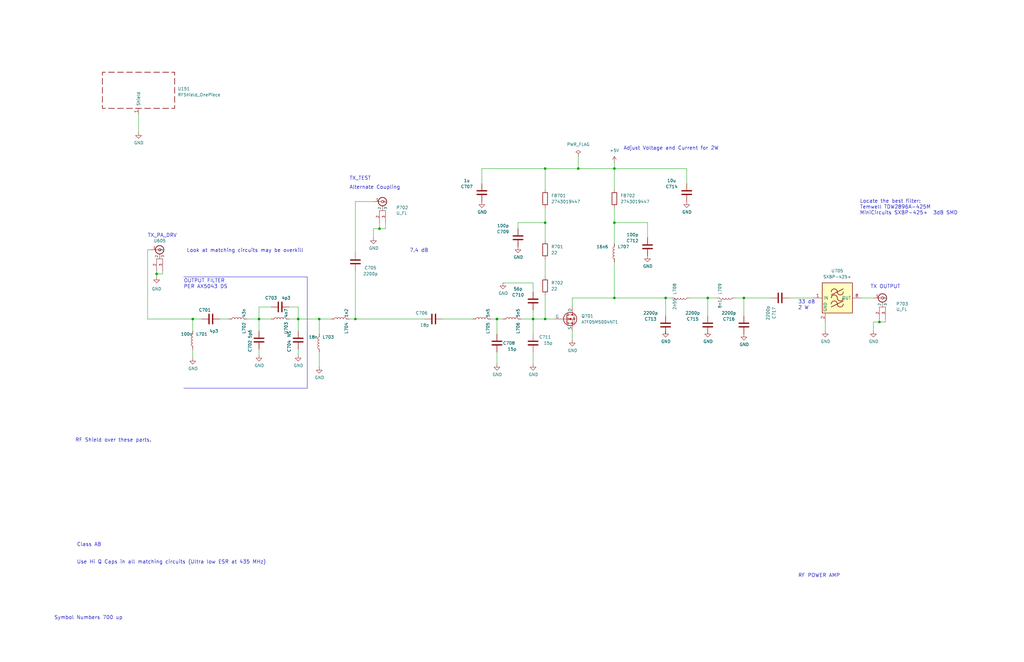
<source format=kicad_sch>
(kicad_sch (version 20230121) (generator eeschema)
  (paper "USLedger")
  (title_block (title "Radiation Tolerant PacSat Communication") (date "2023-06-17") (rev "A") (company "AMSAT-NA") (comment 1 "N5BRG"))
  (lib_symbols
    (symbol "Device:C" (pin_numbers hide) (pin_names (offset 0.254))
      (property "Reference" "C" (at 0.635 2.54 0))
      (property "Value" "C" (at 0.635 -2.54 0))
      (symbol "C_0_1"
        (polyline (pts (xy -2.032 -0.762) (xy 2.032 -0.762)) (stroke (width 0.508)))
        (polyline (pts (xy -2.032 0.762) (xy 2.032 0.762)) (stroke (width 0.508)))
      )
      (symbol "C_1_1"
        (pin passive line (at 0 3.81 270) (length 2.794) (name "~") (number "1"))
        (pin passive line (at 0 -3.81 90) (length 2.794) (name "~") (number "2"))
      )
    )
    (symbol "Device:L" (pin_numbers hide) (pin_names (offset 1.016) hide)
      (property "Reference" "L" (at -1.27 0 90))
      (property "Value" "L" (at 1.905 0 90))
      (symbol "L_0_1"
        (arc (start 0 -2.54) (mid 0.6323 -1.905) (end 0 -1.27))
        (arc (start 0 -1.27) (mid 0.6323 -0.635) (end 0 0))
        (arc (start 0 0) (mid 0.6323 0.635) (end 0 1.27))
        (arc (start 0 1.27) (mid 0.6323 1.905) (end 0 2.54))
      )
      (symbol "L_1_1"
        (pin passive line (at 0 3.81 270) (length 1.27) (name "1") (number "1"))
        (pin passive line (at 0 -3.81 90) (length 1.27) (name "2") (number "2"))
      )
    )
    (symbol "Device:R" (pin_numbers hide) (pin_names (offset 0))
      (property "Reference" "R" (at 2.032 0 90))
      (property "Value" "R" (at 0 0 90))
      (symbol "R_0_1"
        (rectangle (start -1.016 -2.54) (end 1.016 2.54) (stroke (width 0.254)))
      )
      (symbol "R_1_1"
        (pin passive line (at 0 3.81 270) (length 1.27) (name "~") (number "1"))
        (pin passive line (at 0 -3.81 90) (length 1.27) (name "~") (number "2"))
      )
    )
    (symbol "Device:RFShield_OnePiece" (pin_names (offset 1.016))
      (property "Reference" "J" (at 0 5.08 0))
      (property "Value" "RFShield_OnePiece" (at 0 2.54 0))
      (symbol "RFShield_OnePiece_0_1"
        (polyline (pts (xy -15.24 -5.08) (xy -15.24 -2.54)) (stroke (width 0.254)))
        (polyline (pts (xy -15.24 -1.27) (xy -15.24 1.27)) (stroke (width 0.254)))
        (polyline (pts (xy -15.24 2.54) (xy -15.24 5.08)) (stroke (width 0.254)))
        (polyline (pts (xy -12.7 7.62) (xy -10.16 7.62)) (stroke (width 0.254)))
        (polyline (pts (xy -10.16 -7.62) (xy -12.7 -7.62)) (stroke (width 0.254)))
        (polyline (pts (xy -6.35 -7.62) (xy -8.89 -7.62)) (stroke (width 0.254)))
        (polyline (pts (xy -6.35 7.62) (xy -8.89 7.62)) (stroke (width 0.254)))
        (polyline (pts (xy -2.54 -7.62) (xy -5.08 -7.62)) (stroke (width 0.254)))
        (polyline (pts (xy -2.54 7.62) (xy -5.08 7.62)) (stroke (width 0.254)))
        (polyline (pts (xy -1.27 -7.62) (xy 1.27 -7.62)) (stroke (width 0.254)))
        (polyline (pts (xy 1.27 7.62) (xy -1.27 7.62)) (stroke (width 0.254)))
        (polyline (pts (xy 2.54 -7.62) (xy 5.08 -7.62)) (stroke (width 0.254)))
        (polyline (pts (xy 5.08 7.62) (xy 2.54 7.62)) (stroke (width 0.254)))
        (polyline (pts (xy 6.35 -7.62) (xy 8.89 -7.62)) (stroke (width 0.254)))
        (polyline (pts (xy 8.89 7.62) (xy 6.35 7.62)) (stroke (width 0.254)))
        (polyline (pts (xy 10.16 -7.62) (xy 12.7 -7.62)) (stroke (width 0.254)))
        (polyline (pts (xy 12.7 7.62) (xy 10.16 7.62)) (stroke (width 0.254)))
        (polyline (pts (xy 15.24 -5.08) (xy 15.24 -2.54)) (stroke (width 0.254)))
        (polyline (pts (xy 15.24 -1.27) (xy 15.24 1.27)) (stroke (width 0.254)))
        (polyline (pts (xy 15.24 2.54) (xy 15.24 5.08)) (stroke (width 0.254)))
        (polyline (pts (xy -15.24 6.35) (xy -15.24 7.62) (xy -13.97 7.62)) (stroke (width 0.254)))
        (polyline (pts (xy -13.97 -7.62) (xy -15.24 -7.62) (xy -15.24 -6.35)) (stroke (width 0.254)))
        (polyline (pts (xy 13.97 -7.62) (xy 15.24 -7.62) (xy 15.24 -6.35)) (stroke (width 0.254)))
        (polyline (pts (xy 15.24 6.35) (xy 15.24 7.62) (xy 13.97 7.62)) (stroke (width 0.254)))
      )
      (symbol "RFShield_OnePiece_1_1"
        (pin passive line (at 0 -10.16 90) (length 2.54) (name "Shield") (number "1"))
      )
    )
    (symbol "PACSAT_DEV_misc:NMOS" (pin_numbers hide) (pin_names (offset 0))
      (property "Reference" "Q?" (at 6.35 1.27 0))
      (property "Value" "ATF05MS004NT1" (at 6.35 -1.27 0))
      (symbol "NMOS_0_1"
        (polyline (pts (xy 0.254 0) (xy -2.54 0)))
        (polyline (pts (xy 0.254 1.905) (xy 0.254 -1.905)) (stroke (width 0.254)))
        (polyline (pts (xy 0.762 -1.27) (xy 0.762 -2.286)) (stroke (width 0.254)))
        (polyline (pts (xy 0.762 0.508) (xy 0.762 -0.508)) (stroke (width 0.254)))
        (polyline (pts (xy 0.762 2.286) (xy 0.762 1.27)) (stroke (width 0.254)))
        (polyline (pts (xy 2.54 2.54) (xy 2.54 1.778)))
        (polyline (pts (xy 2.54 -2.54) (xy 2.54 0) (xy 0.762 0)))
        (polyline (pts (xy 0.762 -1.778) (xy 3.302 -1.778) (xy 3.302 1.778) (xy 0.762 1.778)))
        (polyline (pts (xy 1.016 0) (xy 2.032 0.381) (xy 2.032 -0.381) (xy 1.016 0)) (fill (type outline)))
        (polyline (pts (xy 2.794 0.508) (xy 2.921 0.381) (xy 3.683 0.381) (xy 3.81 0.254)))
        (polyline (pts (xy 3.302 0.381) (xy 2.921 -0.254) (xy 3.683 -0.254) (xy 3.302 0.381)))
        (circle (center 1.651 0) (radius 2.794) (stroke (width 0.254)))
        (circle (center 2.54 -1.778) (radius 0.254) (fill (type outline)))
        (circle (center 2.54 1.778) (radius 0.254) (fill (type outline)))
      )
      (symbol "NMOS_1_1"
        (pin input line (at -5.08 0 0) (length 2.54) (name "G") (number "1"))
        (pin passive line (at 2.54 -5.08 90) (length 2.54) (name "S") (number "2"))
        (pin passive line (at 2.54 5.08 270) (length 2.54) (name "D") (number "3"))
      )
    )
    (symbol "PACSAT_DEV_misc:U_FL"
      (property "Reference" "U" (at -3.81 2.54 0))
      (symbol "U_FL_0_1"
        (polyline (pts (xy -1.27 -3.81) (xy 1.27 -3.81)))
        (polyline (pts (xy 0 -3.81) (xy 0 -1.778)))
        (circle (center 0 0) (radius 0.508) (stroke (width 0.2032)))
        (circle (center 0 0) (radius 1.778) (stroke (width 0.3048)))
      )
      (symbol "U_FL_1_1"
        (pin bidirectional line (at -3.81 0 0) (length 3.302) (name "In") (number "1"))
        (pin power_in line (at -1.27 -8.89 90) (length 5.08) (name "2") (number "2"))
        (pin power_in line (at 1.27 -8.89 90) (length 5.08) (name "3") (number "3"))
      )
    )
    (symbol "RF_Filter:SXBP-202"
      (property "Reference" "U" (at -6.35 7.62 0))
      (property "Value" "SXBP-202" (at 6.35 7.62 0))
      (symbol "SXBP-202_0_1"
        (rectangle (start -6.35 6.35) (end 6.35 -6.35) (stroke (width 0.254)) (fill (type background)))
        (arc (start 0 -2.54) (mid -1.27 -1.2755) (end -2.54 -2.54) (stroke (width 0.254)))
        (arc (start 0 -2.54) (mid 1.27 -3.8045) (end 2.54 -2.54) (stroke (width 0.254)))
        (arc (start 0 0) (mid -1.27 1.2645) (end -2.54 0) (stroke (width 0.254)))
        (polyline (pts (xy -2.54 -3.81) (xy 2.54 -1.27)) (stroke (width 0.254)))
        (polyline (pts (xy -2.54 1.27) (xy 2.54 3.81)) (stroke (width 0.254)))
        (arc (start 0 0) (mid 1.27 -1.2645) (end 2.54 0) (stroke (width 0.254)))
        (arc (start 0 2.54) (mid -1.27 3.8045) (end -2.54 2.54) (stroke (width 0.254)))
        (arc (start 0 2.54) (mid 1.27 1.2755) (end 2.54 2.54) (stroke (width 0.254)))
      )
      (symbol "SXBP-202_1_1"
        (pin input line (at -10.16 0 0) (length 3.81) (name "IN") (number "1"))
        (pin power_in line (at -5.08 -10.16 90) (length 3.81) (name "GND") (number "2"))
        (pin passive line (at -5.08 -10.16 90) (length 3.81) hide (name "GND") (number "3"))
        (pin passive line (at -5.08 -10.16 90) (length 3.81) hide (name "GND") (number "4"))
        (pin passive line (at -5.08 -10.16 90) (length 3.81) hide (name "GND") (number "5"))
        (pin passive line (at -5.08 -10.16 90) (length 3.81) hide (name "GND") (number "6"))
        (pin passive line (at -5.08 -10.16 90) (length 3.81) hide (name "GND") (number "7"))
        (pin output line (at 10.16 0 180) (length 3.81) (name "OUT") (number "8"))
      )
    )
    (symbol "power:+5V" (power) (pin_names (offset 0))
      (property "Value" "+5V" (at 0 3.556 0))
      (symbol "+5V_0_1"
        (polyline (pts (xy -0.762 1.27) (xy 0 2.54)))
        (polyline (pts (xy 0 0) (xy 0 2.54)))
        (polyline (pts (xy 0 2.54) (xy 0.762 1.27)))
      )
      (symbol "+5V_1_1"
        (pin power_in line (at 0 0 90) (length 0) hide (name "+5V") (number "1"))
      )
    )
    (symbol "power:GND" (power) (pin_names (offset 0))
      (property "Value" "GND" (at 0 -3.81 0))
      (symbol "GND_0_1"
        (polyline (pts (xy 0 0) (xy 0 -1.27) (xy 1.27 -1.27) (xy 0 -2.54) (xy -1.27 -1.27) (xy 0 -1.27)))
      )
      (symbol "GND_1_1"
        (pin power_in line (at 0 0 270) (length 0) hide (name "GND") (number "1"))
      )
    )
    (symbol "power:PWR_FLAG" (power) (pin_numbers hide) (pin_names (offset 0) hide)
      (property "Value" "PWR_FLAG" (at 0 3.81 0))
      (symbol "PWR_FLAG_0_0"
        (pin power_out line (at 0 0 90) (length 0) (name "pwr") (number "1"))
      )
      (symbol "PWR_FLAG_0_1"
        (polyline (pts (xy 0 0) (xy 0 1.27) (xy -1.016 1.905) (xy 0 2.54) (xy 1.016 1.905) (xy 0 1.27)))
      )
    )
  )
  (junction (at 259.08 125.73))
  (junction (at 209.55 134.62))
  (junction (at 280.67 125.73))
  (junction (at 109.22 134.62))
  (junction (at 160.02 96.52))
  (junction (at 125.73 134.62))
  (junction (at 298.45 125.73))
  (junction (at 370.84 135.89))
  (junction (at 229.87 71.12))
  (junction (at 259.08 71.12))
  (junction (at 229.87 93.98))
  (junction (at 134.62 134.62))
  (junction (at 229.87 134.62))
  (junction (at 149.86 134.62))
  (junction (at 224.79 134.62))
  (junction (at 243.84 71.12))
  (junction (at 259.08 93.98))
  (junction (at 313.69 125.73))
  (junction (at 81.28 134.62))
  (junction (at 66.04 115.57))
  (wire (pts (xy 68.58 114.3) (xy 68.58 115.57)))
  (wire (pts (xy 209.55 134.62) (xy 209.55 140.97)))
  (wire (pts (xy 149.86 114.3) (xy 149.86 134.62)))
  (wire (pts (xy 224.79 134.62) (xy 229.87 134.62)))
  (wire (pts (xy 289.56 77.47) (xy 289.56 71.12)))
  (wire (pts (xy 186.69 134.62) (xy 199.39 134.62)))
  (wire (pts (xy 229.87 71.12) (xy 243.84 71.12)))
  (wire (pts (xy 243.84 66.04) (xy 243.84 71.12)))
  (wire (pts (xy 273.05 93.98) (xy 273.05 100.33)))
  (wire (pts (xy 243.84 71.12) (xy 259.08 71.12)))
  (wire (pts (xy 149.86 134.62) (xy 179.07 134.62)))
  (wire (pts (xy 157.48 96.52) (xy 157.48 100.33)))
  (wire (pts (xy 66.04 115.57) (xy 68.58 115.57)))
  (wire (pts (xy 259.08 87.63) (xy 259.08 93.98)))
  (wire (pts (xy 229.87 124.46) (xy 229.87 134.62)))
  (wire (pts (xy 162.56 96.52) (xy 162.56 93.98)))
  (wire (pts (xy 290.83 125.73) (xy 298.45 125.73)))
  (wire (pts (xy 207.01 134.62) (xy 209.55 134.62)))
  (wire (pts (xy 280.67 133.35) (xy 280.67 125.73)))
  (wire (pts (xy 134.62 148.59) (xy 134.62 154.94)))
  (wire (pts (xy 259.08 110.49) (xy 259.08 125.73)))
  (wire (pts (xy 66.04 115.57) (xy 66.04 116.84)))
  (wire (pts (xy 373.38 135.89) (xy 373.38 134.62)))
  (wire (pts (xy 370.84 135.89) (xy 373.38 135.89)))
  (wire (pts (xy 125.73 134.62) (xy 125.73 139.7)))
  (wire (pts (xy 309.88 125.73) (xy 313.69 125.73)))
  (wire (pts (xy 121.92 129.54) (xy 125.73 129.54)))
  (wire (pts (xy 368.3 135.89) (xy 370.84 135.89)))
  (wire (pts (xy 298.45 140.97) (xy 298.45 139.7)))
  (wire (pts (xy 370.84 135.89) (xy 370.84 134.62)))
  (wire (pts (xy 298.45 125.73) (xy 302.26 125.73)))
  (wire (pts (xy 229.87 93.98) (xy 229.87 101.6)))
  (polyline (pts (xy 129.54 116.84) (xy 129.54 163.83)))
  (wire (pts (xy 109.22 134.62) (xy 114.3 134.62)))
  (wire (pts (xy 368.3 135.89) (xy 368.3 139.7)))
  (wire (pts (xy 347.98 139.7) (xy 347.98 135.89)))
  (wire (pts (xy 203.2 71.12) (xy 229.87 71.12)))
  (wire (pts (xy 313.69 125.73) (xy 325.12 125.73)))
  (wire (pts (xy 147.32 134.62) (xy 149.86 134.62)))
  (wire (pts (xy 313.69 125.73) (xy 313.69 133.35)))
  (wire (pts (xy 224.79 119.38) (xy 212.09 119.38)))
  (wire (pts (xy 229.87 87.63) (xy 229.87 93.98)))
  (wire (pts (xy 125.73 134.62) (xy 134.62 134.62)))
  (polyline (pts (xy 129.54 163.83) (xy 77.47 163.83)))
  (wire (pts (xy 259.08 71.12) (xy 259.08 68.58)))
  (wire (pts (xy 66.04 114.3) (xy 66.04 115.57)))
  (wire (pts (xy 160.02 96.52) (xy 160.02 93.98)))
  (wire (pts (xy 259.08 93.98) (xy 259.08 102.87)))
  (wire (pts (xy 259.08 71.12) (xy 259.08 80.01)))
  (wire (pts (xy 229.87 109.22) (xy 229.87 116.84)))
  (wire (pts (xy 259.08 125.73) (xy 280.67 125.73)))
  (wire (pts (xy 241.3 129.54) (xy 241.3 125.73)))
  (wire (pts (xy 160.02 96.52) (xy 162.56 96.52)))
  (wire (pts (xy 203.2 71.12) (xy 203.2 77.47)))
  (wire (pts (xy 104.14 134.62) (xy 109.22 134.62)))
  (wire (pts (xy 149.86 85.09) (xy 149.86 106.68)))
  (wire (pts (xy 224.79 123.19) (xy 224.79 119.38)))
  (wire (pts (xy 81.28 134.62) (xy 81.28 139.7)))
  (wire (pts (xy 229.87 134.62) (xy 233.68 134.62)))
  (wire (pts (xy 134.62 134.62) (xy 139.7 134.62)))
  (wire (pts (xy 241.3 125.73) (xy 259.08 125.73)))
  (wire (pts (xy 224.79 134.62) (xy 224.79 130.81)))
  (wire (pts (xy 81.28 147.32) (xy 81.28 151.13)))
  (wire (pts (xy 92.71 134.62) (xy 96.52 134.62)))
  (wire (pts (xy 157.48 96.52) (xy 160.02 96.52)))
  (wire (pts (xy 134.62 134.62) (xy 134.62 140.97)))
  (wire (pts (xy 62.23 105.41) (xy 62.23 134.62)))
  (wire (pts (xy 241.3 139.7) (xy 241.3 143.51)))
  (wire (pts (xy 298.45 125.73) (xy 298.45 133.35)))
  (wire (pts (xy 109.22 147.32) (xy 109.22 149.86)))
  (wire (pts (xy 109.22 129.54) (xy 109.22 134.62)))
  (wire (pts (xy 109.22 134.62) (xy 109.22 139.7)))
  (wire (pts (xy 218.44 96.52) (xy 218.44 93.98)))
  (wire (pts (xy 224.79 148.59) (xy 224.79 153.67)))
  (wire (pts (xy 63.5 105.41) (xy 62.23 105.41)))
  (wire (pts (xy 157.48 85.09) (xy 149.86 85.09)))
  (wire (pts (xy 280.67 140.97) (xy 280.67 139.7)))
  (wire (pts (xy 58.42 48.26) (xy 58.42 55.88)))
  (wire (pts (xy 332.74 125.73) (xy 342.9 125.73)))
  (wire (pts (xy 209.55 134.62) (xy 212.09 134.62)))
  (wire (pts (xy 109.22 129.54) (xy 114.3 129.54)))
  (wire (pts (xy 224.79 134.62) (xy 224.79 140.97)))
  (wire (pts (xy 219.71 134.62) (xy 224.79 134.62)))
  (wire (pts (xy 209.55 148.59) (xy 209.55 153.67)))
  (polyline (pts (xy 77.47 116.84) (xy 129.54 116.84)))
  (wire (pts (xy 280.67 125.73) (xy 283.21 125.73)))
  (wire (pts (xy 125.73 129.54) (xy 125.73 134.62)))
  (wire (pts (xy 259.08 93.98) (xy 273.05 93.98)))
  (wire (pts (xy 218.44 93.98) (xy 229.87 93.98)))
  (wire (pts (xy 363.22 125.73) (xy 368.3 125.73)))
  (wire (pts (xy 125.73 147.32) (xy 125.73 149.86)))
  (wire (pts (xy 62.23 134.62) (xy 81.28 134.62)))
  (wire (pts (xy 229.87 71.12) (xy 229.87 80.01)))
  (wire (pts (xy 121.92 134.62) (xy 125.73 134.62)))
  (wire (pts (xy 81.28 134.62) (xy 85.09 134.62)))
  (wire (pts (xy 289.56 71.12) (xy 259.08 71.12)))
  (text "Adjust Voltage and Current for 2W" (at 262.89 63.5 0) (effects (font (size 1.524 1.524)) (justify left bottom)))
  (text "Symbol Numbers 700 up" (at 22.86 261.62 0) (effects (font (size 1.524 1.524)) (justify left bottom)))
  (text "RF Shield over these parts." (at 31.75 186.69 0) (effects (font (size 1.524 1.524)) (justify left bottom)))
  (text "OUTPUT FILTER\nPER AX5043 DS" (at 77.47 121.92 0) (effects (font (size 1.524 1.524)) (justify left bottom)))
  (text "Look at matching circuits may be overkill" (at 78.74 106.68 0) (effects (font (size 1.524 1.524)) (justify left bottom)))
  (text "RF POWER AMP" (at 336.55 243.84 0) (effects (font (size 1.524 1.524)) (justify left bottom)))
  (text "Locate the best filter:\nTemwell TDW2896A-425M\nMiniCircuits SXBP-425+  3dB SMD" (at 362.585 90.805 0) (effects (font (size 1.524 1.524)) (justify left bottom)))
  (text "33 dB\n2 W" (at 336.55 130.81 0) (effects (font (size 1.524 1.524)) (justify left bottom)))
  (text "TX OUTPUT" (at 367.03 121.92 0) (effects (font (size 1.524 1.524)) (justify left bottom)))
  (text "7.4 dB" (at 172.72 106.68 0) (effects (font (size 1.524 1.524)) (justify left bottom)))
  (text "Alternate Coupling" (at 147.32 80.01 0) (effects (font (size 1.524 1.524)) (justify left bottom)))
  (text "\nClass AB \n\n\nUse Hi Q Caps in all matching circuits (Ultra low ESR at 435 MHz)" (at 32.385 238.125 0) (effects (font (size 1.524 1.524)) (justify left bottom)))
  (text "TX_PA_DRV" (at 62.23 100.33 0) (effects (font (size 1.524 1.524)) (justify left bottom)))
  (text "TX_TEST" (at 147.32 76.2 0) (effects (font (size 1.524 1.524)) (justify left bottom)))
  (symbol (lib_id "Device:C") (at 109.22 143.51 180) (unit 1)
    (property "Reference" "C702" (at 105.41 146.05 90))
    (property "Value" "5p6" (at 105.41 140.97 90))
    (property "Footprint" "Capacitor_SMD:C_0603_1608Metric_Pad1.08x0.95mm_HandSolder" (effects hide))
  )
  (symbol (lib_id "Device:C") (at 125.73 143.51 0) (unit 1)
    (property "Reference" "C704" (at 121.92 146.05 90))
    (property "Value" "NS" (at 121.92 140.97 90))
    (property "Footprint" "Capacitor_SMD:C_0603_1608Metric_Pad1.08x0.95mm_HandSolder" (effects hide))
  )
  (symbol (lib_id "Device:L") (at 100.33 134.62 90) (unit 1)
    (property "Reference" "L702" (at 102.87 138.43 0))
    (property "Value" "43n" (at 102.87 132.08 0))
    (property "Footprint" "PacSatDev_misc:L_Murata_LQH2MCNxxxx02_2.0x1.6mm" (effects hide))
  )
  (symbol (lib_id "Device:C") (at 88.9 134.62 90) (unit 1)
    (property "Reference" "C701" (at 86.36 130.81 90))
    (property "Value" "4p3" (at 90.17 139.7 90))
    (property "Footprint" "Capacitor_SMD:C_0603_1608Metric_Pad1.08x0.95mm_HandSolder" (effects hide))
  )
  (symbol (lib_id "Device:L") (at 118.11 134.62 90) (unit 1)
    (property "Reference" "U703" (at 120.65 138.43 0))
    (property "Value" "4n7" (at 120.65 132.08 0))
    (property "Footprint" "PacSatDev_misc:L_Murata_LQH2MCNxxxx02_2.0x1.6mm" (effects hide))
  )
  (symbol (lib_id "power:GND") (at 109.22 149.86 0) (unit 1)
    (property "Reference" "#PWR0704" (effects hide))
    (property "Value" "GND" (at 109.347 154.2542 0))
  )
  (symbol (lib_id "power:GND") (at 125.73 149.86 0) (unit 1)
    (property "Reference" "#PWR0705" (effects hide))
    (property "Value" "GND" (at 125.857 154.2542 0))
  )
  (symbol (lib_id "Device:L") (at 81.28 143.51 180) (unit 1)
    (property "Reference" "L701" (at 85.09 140.97 0))
    (property "Value" "100n" (at 78.74 140.97 0))
    (property "Footprint" "PacSatDev_murata:L_0603" (effects hide))
  )
  (symbol (lib_id "power:GND") (at 81.28 151.13 0) (unit 1)
    (property "Reference" "#PWR0703" (effects hide))
    (property "Value" "GND" (at 81.407 155.5242 0))
  )
  (symbol (lib_id "Device:C") (at 118.11 129.54 90) (unit 1)
    (property "Reference" "C703" (at 114.3 125.73 90))
    (property "Value" "4p3" (at 120.65 125.73 90))
    (property "Footprint" "Capacitor_SMD:C_0603_1608Metric_Pad1.08x0.95mm_HandSolder" (effects hide))
  )
  (symbol (lib_id "Device:C") (at 203.2 81.28 0) (unit 1)
    (property "Reference" "C707" (at 196.85 78.74 0))
    (property "Value" "1u" (at 196.85 76.2 0))
    (property "Footprint" "Capacitor_SMD:C_0603_1608Metric_Pad1.08x0.95mm_HandSolder" (effects hide))
  )
  (symbol (lib_id "power:GND") (at 313.69 140.97 0) (unit 1)
    (property "Reference" "#PWR0720" (effects hide))
    (property "Value" "GND" (at 313.817 145.3642 0))
  )
  (symbol (lib_id "Device:L") (at 287.02 125.73 270) (unit 1)
    (property "Reference" "L708" (at 284.48 121.92 0))
    (property "Value" "2n55" (at 284.48 128.27 0))
    (property "Footprint" "PacSatDev_misc:L_Murata_LQH2MCNxxxx02_2.0x1.6mm" (effects hide))
  )
  (symbol (lib_id "Device:L") (at 215.9 134.62 90) (unit 1)
    (property "Reference" "L706" (at 218.44 138.43 0))
    (property "Value" "5n5" (at 218.44 132.08 0))
    (property "Footprint" "PacSatDev_misc:L_Murata_LQH2MCNxxxx02_2.0x1.6mm" (effects hide))
  )
  (symbol (lib_id "Device:C") (at 280.67 137.16 0) (unit 1)
    (property "Reference" "C713" (at 274.32 134.62 0))
    (property "Value" "2200p" (at 274.32 132.08 0))
    (property "Footprint" "Capacitor_SMD:C_0603_1608Metric_Pad1.08x0.95mm_HandSolder" (effects hide))
  )
  (symbol (lib_id "power:GND") (at 66.04 116.84 0) (unit 1)
    (property "Reference" "#PWR0614" (effects hide))
    (property "Value" "GND" (at 66.04 121.92 0))
    (instances (project "pACsAT_dEV_rEVc_230907" (path "" (reference "#PWR0614") (unit 1)) (path "" (reference "#PWR0702") (unit 1))))
  )
  (symbol (lib_id "power:GND") (at 273.05 107.95 0) (unit 1)
    (property "Reference" "#PWR0716" (effects hide))
    (property "Value" "GND" (at 273.177 112.3442 0))
  )
  (symbol (lib_id "Device:R") (at 259.08 83.82 0) (unit 1)
    (property "Reference" "FB702" (at 261.62 82.55 0) (effects (justify left)))
    (property "Value" "2743019447" (at 261.62 85.09 0) (effects (justify left)))
    (property "Footprint" "Resistor_SMD:R_0603_1608Metric_Pad0.98x0.95mm_HandSolder" (effects hide))
  )
  (symbol (lib_id "Device:C") (at 289.56 81.28 0) (unit 1)
    (property "Reference" "C714" (at 283.21 78.74 0))
    (property "Value" "10u" (at 283.21 76.2 0))
    (property "Footprint" "Capacitor_SMD:C_0603_1608Metric_Pad1.08x0.95mm_HandSolder" (effects hide))
  )
  (symbol (lib_id "power:GND") (at 212.09 119.38 0) (unit 1)
    (property "Reference" "#PWR0710" (effects hide))
    (property "Value" "GND" (at 212.217 123.7742 0))
  )
  (symbol (lib_id "power:GND") (at 218.44 104.14 0) (unit 1)
    (property "Reference" "#PWR0711" (effects hide))
    (property "Value" "GND" (at 218.567 108.5342 0))
  )
  (symbol (lib_id "PACSAT_DEV_misc:NMOS") (at 238.76 134.62 0) (unit 1)
    (property "Reference" "Q701" (at 245.11 133.35 0) (effects (justify left)))
    (property "Value" "ATF05MS004NT1" (at 245.11 135.89 0) (effects (justify left)))
    (property "Footprint" "Package_TO_SOT_SMD:SOT-89-3" (effects hide))
    (property "Datasheet" "https://ngspice.sourceforge.io/docs/ngspice-manual.pdf" (effects hide))
    (property "Sim.Device" "NMOS" (effects hide))
    (property "Sim.Type" "VDMOS" (effects hide))
    (property "Sim.Pins" "3=D 1=G 2=S" (effects hide))
  )
  (symbol (lib_id "Device:C") (at 182.88 134.62 270) (unit 1)
    (property "Reference" "C706" (at 177.8 132.08 90))
    (property "Value" "18p" (at 179.07 137.16 90))
    (property "Footprint" "Capacitor_SMD:C_0603_1608Metric_Pad1.08x0.95mm_HandSolder" (effects hide))
  )
  (symbol (lib_id "power:GND") (at 224.79 153.67 0) (unit 1)
    (property "Reference" "#PWR0712" (effects hide))
    (property "Value" "GND" (at 224.917 158.0642 0))
  )
  (symbol (lib_id "power:GND") (at 368.3 139.7 0) (unit 1)
    (property "Reference" "#PWR0722" (effects hide))
    (property "Value" "GND" (at 368.427 144.0942 0))
  )
  (symbol (lib_id "Device:L") (at 143.51 134.62 90) (unit 1)
    (property "Reference" "L704" (at 146.05 138.43 0))
    (property "Value" "1n2" (at 146.05 132.08 0))
    (property "Footprint" "PacSatDev_misc:L_Murata_LQH2MCNxxxx02_2.0x1.6mm" (effects hide))
  )
  (symbol (lib_id "Device:RFShield_OnePiece") (at 58.42 38.1 0) (unit 1)
    (property "Reference" "U151" (at 74.93 37.465 0) (effects (justify left)))
    (property "Value" "RFShield_OnePiece" (at 74.93 40.005 0) (effects (justify left)))
    (property "Footprint" "PacSatDev_misc:RF_SHIELD_PAD" (effects hide))
    (instances (project "pACsAT_dEV_rEVc_230907" (path "" (reference "U151") (unit 1)) (path "" (reference "U701") (unit 1))))
  )
  (symbol (lib_id "Device:L") (at 259.08 106.68 180) (unit 1)
    (property "Reference" "L707" (at 262.89 104.14 0))
    (property "Value" "16n6" (at 254 104.14 0))
    (property "Footprint" "PacSatDev_misc:L_Murata_LQH2MCNxxxx02_2.0x1.6mm" (effects hide))
  )
  (symbol (lib_id "Device:L") (at 134.62 144.78 180) (unit 1)
    (property "Reference" "L703" (at 138.43 142.24 0))
    (property "Value" "18n" (at 132.08 142.24 0))
    (property "Footprint" "PacSatDev_murata:L_0603" (effects hide))
  )
  (symbol (lib_id "PACSAT_DEV_misc:U_FL") (at 161.29 85.09 0) (unit 1)
    (property "Reference" "P702" (at 167.0558 87.6046 0) (effects (justify left)))
    (property "Value" "U_FL" (at 167.0558 89.916 0) (effects (justify left)))
    (property "Footprint" "PacSatDev_misc:U_FL" (effects hide))
  )
  (symbol (lib_id "RF_Filter:SXBP-202") (at 353.06 125.73 0) (unit 1)
    (property "Reference" "U705" (at 353.06 114.3 0))
    (property "Value" "SXBP-425+" (at 353.06 116.84 0))
    (property "Footprint" "PacSatDev_misc:Mini-Circuits_HF1139_LandPatternPL-230" (effects hide))
    (property "Datasheet" "https://www.minicircuits.com/pdfs/SXBP-202+.pdf" (effects hide))
  )
  (symbol (lib_id "Device:C") (at 218.44 100.33 0) (unit 1)
    (property "Reference" "C709" (at 212.09 97.79 0))
    (property "Value" "100p" (at 212.09 95.25 0))
    (property "Footprint" "Capacitor_SMD:C_0603_1608Metric_Pad1.08x0.95mm_HandSolder" (effects hide))
  )
  (symbol (lib_id "power:GND") (at 347.98 139.7 0) (unit 1)
    (property "Reference" "#PWR0721" (effects hide))
    (property "Value" "GND" (at 348.107 144.0942 0))
  )
  (symbol (lib_id "power:GND") (at 298.45 139.7 0) (unit 1)
    (property "Reference" "#PWR0719" (effects hide))
    (property "Value" "GND" (at 298.577 144.0942 0))
  )
  (symbol (lib_id "Device:C") (at 224.79 127 0) (unit 1)
    (property "Reference" "C710" (at 218.44 124.46 0))
    (property "Value" "56p" (at 218.44 121.92 0))
    (property "Footprint" "Capacitor_SMD:C_0603_1608Metric_Pad1.08x0.95mm_HandSolder" (effects hide))
  )
  (symbol (lib_id "PACSAT_DEV_misc:U_FL") (at 67.31 105.41 0) (unit 1)
    (property "Reference" "U605" (at 64.77 101.6 0) (effects (justify left)))
    (property "Value" "~" (at 67.31 105.41 0))
    (property "Footprint" "PacSatDev_misc:U_FL" (effects hide))
    (instances (project "pACsAT_dEV_rEVc_230907" (path "" (reference "U605") (unit 1)) (path "" (reference "P701") (unit 1))))
  )
  (symbol (lib_id "Device:R") (at 229.87 105.41 0) (unit 1)
    (property "Reference" "R701" (at 232.41 104.14 0) (effects (justify left)))
    (property "Value" "22" (at 232.41 106.68 0) (effects (justify left)))
    (property "Footprint" "Resistor_SMD:R_0603_1608Metric_Pad0.98x0.95mm_HandSolder" (effects hide))
  )
  (symbol (lib_id "Device:C") (at 149.86 110.49 180) (unit 1)
    (property "Reference" "C705" (at 156.21 113.03 0))
    (property "Value" "2200p" (at 156.21 115.57 0))
    (property "Footprint" "Capacitor_SMD:C_0603_1608Metric_Pad1.08x0.95mm_HandSolder" (effects hide))
  )
  (symbol (lib_id "Device:C") (at 209.55 144.78 0) (unit 1)
    (property "Reference" "C708" (at 214.63 144.78 0))
    (property "Value" "15p" (at 215.9 147.32 0))
    (property "Footprint" "Capacitor_SMD:C_0603_1608Metric_Pad1.08x0.95mm_HandSolder" (effects hide))
  )
  (symbol (lib_id "power:GND") (at 58.42 55.88 0) (unit 1)
    (property "Reference" "#PWR0161" (effects hide))
    (property "Value" "GND" (at 58.547 60.2742 0))
    (instances (project "pACsAT_dEV_rEVc_230907" (path "" (reference "#PWR0161") (unit 1)) (path "" (reference "#PWR0701") (unit 1))))
  )
  (symbol (lib_id "power:GND") (at 280.67 139.7 0) (unit 1)
    (property "Reference" "#PWR0717" (effects hide))
    (property "Value" "GND" (at 280.797 144.0942 0))
  )
  (symbol (lib_id "Device:R") (at 229.87 83.82 0) (unit 1)
    (property "Reference" "FB701" (at 232.41 82.55 0) (effects (justify left)))
    (property "Value" "2743019447" (at 232.41 85.09 0) (effects (justify left)))
    (property "Footprint" "Resistor_SMD:R_0603_1608Metric_Pad0.98x0.95mm_HandSolder" (effects hide))
  )
  (symbol (lib_id "Device:R") (at 229.87 120.65 0) (unit 1)
    (property "Reference" "R702" (at 232.41 119.38 0) (effects (justify left)))
    (property "Value" "22" (at 232.41 121.92 0) (effects (justify left)))
    (property "Footprint" "Resistor_SMD:R_0603_1608Metric_Pad0.98x0.95mm_HandSolder" (effects hide))
  )
  (symbol (lib_id "power:GND") (at 203.2 85.09 0) (unit 1)
    (property "Reference" "#PWR0708" (effects hide))
    (property "Value" "GND" (at 203.327 89.4842 0))
  )
  (symbol (lib_id "Device:C") (at 224.79 144.78 0) (unit 1)
    (property "Reference" "C711" (at 229.87 142.24 0))
    (property "Value" "15p" (at 231.14 144.78 0))
    (property "Footprint" "Capacitor_SMD:C_0603_1608Metric_Pad1.08x0.95mm_HandSolder" (effects hide))
  )
  (symbol (lib_id "Device:C") (at 298.45 137.16 0) (unit 1)
    (property "Reference" "C715" (at 292.1 134.62 0))
    (property "Value" "2200p" (at 292.1 132.08 0))
    (property "Footprint" "Capacitor_SMD:C_0603_1608Metric_Pad1.08x0.95mm_HandSolder" (effects hide))
  )
  (symbol (lib_id "power:GND") (at 157.48 100.33 0) (unit 1)
    (property "Reference" "#PWR0707" (effects hide))
    (property "Value" "GND" (at 157.607 104.7242 0))
  )
  (symbol (lib_id "power:PWR_FLAG") (at 243.84 66.04 0) (unit 1)
    (property "Reference" "#FLG0701" (effects hide))
    (property "Value" "PWR_FLAG" (at 243.84 60.96 0))
  )
  (symbol (lib_id "power:GND") (at 241.3 143.51 0) (unit 1)
    (property "Reference" "#PWR0714" (effects hide))
    (property "Value" "GND" (at 241.427 147.9042 0))
  )
  (symbol (lib_id "power:GND") (at 289.56 85.09 0) (unit 1)
    (property "Reference" "#PWR0718" (effects hide))
    (property "Value" "GND" (at 289.687 89.4842 0))
  )
  (symbol (lib_id "Device:L") (at 306.07 125.73 270) (unit 1)
    (property "Reference" "L709" (at 303.53 121.92 0))
    (property "Value" "8n1" (at 303.53 128.27 0))
    (property "Footprint" "PacSatDev_misc:L_Murata_LQH2MCNxxxx02_2.0x1.6mm" (effects hide))
  )
  (symbol (lib_id "Device:L") (at 203.2 134.62 90) (unit 1)
    (property "Reference" "L705" (at 205.74 138.43 0))
    (property "Value" "5n5" (at 205.74 132.08 0))
    (property "Footprint" "PacSatDev_misc:L_Murata_LQH2MCNxxxx02_2.0x1.6mm" (effects hide))
  )
  (symbol (lib_id "power:GND") (at 134.62 154.94 0) (unit 1)
    (property "Reference" "#PWR0706" (effects hide))
    (property "Value" "GND" (at 134.747 159.3342 0))
  )
  (symbol (lib_id "Device:C") (at 328.93 125.73 90) (unit 1)
    (property "Reference" "C717" (at 326.39 132.08 0))
    (property "Value" "2200p" (at 323.85 132.08 0))
    (property "Footprint" "Capacitor_SMD:C_0603_1608Metric_Pad1.08x0.95mm_HandSolder" (effects hide))
  )
  (symbol (lib_id "power:GND") (at 209.55 153.67 0) (unit 1)
    (property "Reference" "#PWR0709" (effects hide))
    (property "Value" "GND" (at 209.677 158.0642 0))
  )
  (symbol (lib_id "power:+5V") (at 259.08 68.58 0) (unit 1)
    (property "Reference" "#PWR0715" (effects hide))
    (property "Value" "+5V" (at 259.08 63.5 0))
  )
  (symbol (lib_id "PACSAT_DEV_misc:U_FL") (at 372.11 125.73 0) (unit 1)
    (property "Reference" "P703" (at 377.8758 128.2446 0) (effects (justify left)))
    (property "Value" "U_FL" (at 377.8758 130.556 0) (effects (justify left)))
    (property "Footprint" "PacSatDev_misc:U_FL" (effects hide))
  )
  (symbol (lib_id "Device:C") (at 313.69 137.16 0) (unit 1)
    (property "Reference" "C716" (at 307.34 134.62 0))
    (property "Value" "2200p" (at 307.34 132.08 0))
    (property "Footprint" "Capacitor_SMD:C_0603_1608Metric_Pad1.08x0.95mm_HandSolder" (effects hide))
  )
  (symbol (lib_id "Device:C") (at 273.05 104.14 0) (unit 1)
    (property "Reference" "C712" (at 266.7 101.6 0))
    (property "Value" "100p" (at 266.7 99.06 0))
    (property "Footprint" "Capacitor_SMD:C_0603_1608Metric_Pad1.08x0.95mm_HandSolder" (effects hide))
  )
)
</source>
